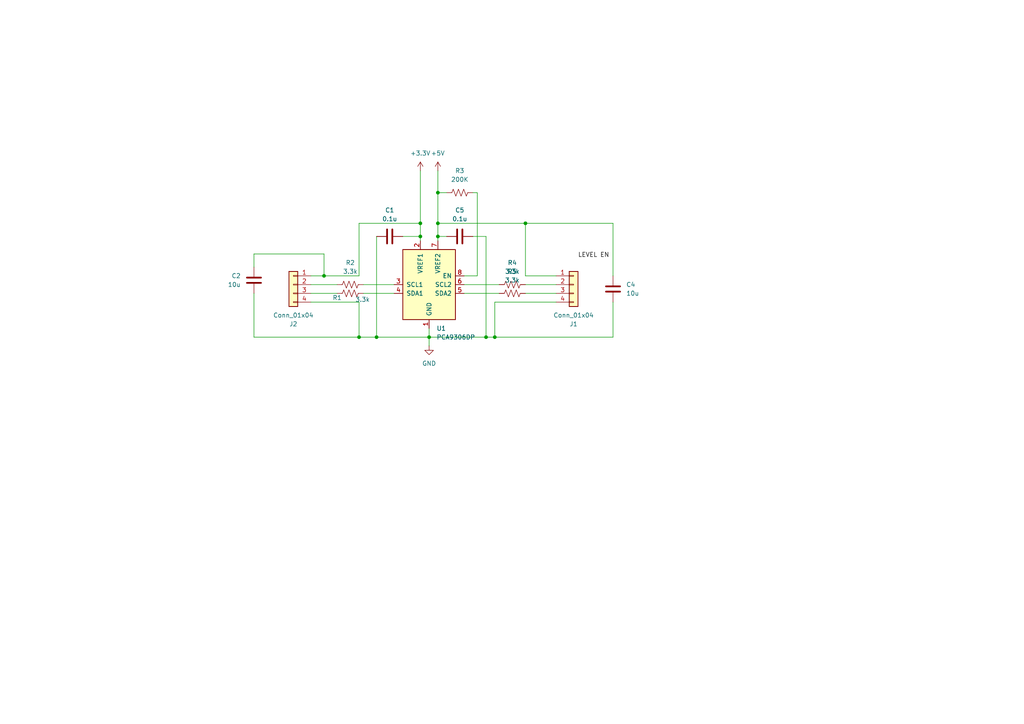
<source format=kicad_sch>
(kicad_sch
	(version 20250114)
	(generator "eeschema")
	(generator_version "9.0")
	(uuid "39462bcb-e9f1-41af-aba5-f79afb33b76b")
	(paper "A4")
	(lib_symbols
		(symbol "Connector_Generic:Conn_01x04"
			(pin_names
				(offset 1.016)
				(hide yes)
			)
			(exclude_from_sim no)
			(in_bom yes)
			(on_board yes)
			(property "Reference" "J"
				(at 0 5.08 0)
				(effects
					(font
						(size 1.27 1.27)
					)
				)
			)
			(property "Value" "Conn_01x04"
				(at 0 -7.62 0)
				(effects
					(font
						(size 1.27 1.27)
					)
				)
			)
			(property "Footprint" ""
				(at 0 0 0)
				(effects
					(font
						(size 1.27 1.27)
					)
					(hide yes)
				)
			)
			(property "Datasheet" "~"
				(at 0 0 0)
				(effects
					(font
						(size 1.27 1.27)
					)
					(hide yes)
				)
			)
			(property "Description" "Generic connector, single row, 01x04, script generated (kicad-library-utils/schlib/autogen/connector/)"
				(at 0 0 0)
				(effects
					(font
						(size 1.27 1.27)
					)
					(hide yes)
				)
			)
			(property "ki_keywords" "connector"
				(at 0 0 0)
				(effects
					(font
						(size 1.27 1.27)
					)
					(hide yes)
				)
			)
			(property "ki_fp_filters" "Connector*:*_1x??_*"
				(at 0 0 0)
				(effects
					(font
						(size 1.27 1.27)
					)
					(hide yes)
				)
			)
			(symbol "Conn_01x04_1_1"
				(rectangle
					(start -1.27 3.81)
					(end 1.27 -6.35)
					(stroke
						(width 0.254)
						(type default)
					)
					(fill
						(type background)
					)
				)
				(rectangle
					(start -1.27 2.667)
					(end 0 2.413)
					(stroke
						(width 0.1524)
						(type default)
					)
					(fill
						(type none)
					)
				)
				(rectangle
					(start -1.27 0.127)
					(end 0 -0.127)
					(stroke
						(width 0.1524)
						(type default)
					)
					(fill
						(type none)
					)
				)
				(rectangle
					(start -1.27 -2.413)
					(end 0 -2.667)
					(stroke
						(width 0.1524)
						(type default)
					)
					(fill
						(type none)
					)
				)
				(rectangle
					(start -1.27 -4.953)
					(end 0 -5.207)
					(stroke
						(width 0.1524)
						(type default)
					)
					(fill
						(type none)
					)
				)
				(pin passive line
					(at -5.08 2.54 0)
					(length 3.81)
					(name "Pin_1"
						(effects
							(font
								(size 1.27 1.27)
							)
						)
					)
					(number "1"
						(effects
							(font
								(size 1.27 1.27)
							)
						)
					)
				)
				(pin passive line
					(at -5.08 0 0)
					(length 3.81)
					(name "Pin_2"
						(effects
							(font
								(size 1.27 1.27)
							)
						)
					)
					(number "2"
						(effects
							(font
								(size 1.27 1.27)
							)
						)
					)
				)
				(pin passive line
					(at -5.08 -2.54 0)
					(length 3.81)
					(name "Pin_3"
						(effects
							(font
								(size 1.27 1.27)
							)
						)
					)
					(number "3"
						(effects
							(font
								(size 1.27 1.27)
							)
						)
					)
				)
				(pin passive line
					(at -5.08 -5.08 0)
					(length 3.81)
					(name "Pin_4"
						(effects
							(font
								(size 1.27 1.27)
							)
						)
					)
					(number "4"
						(effects
							(font
								(size 1.27 1.27)
							)
						)
					)
				)
			)
			(embedded_fonts no)
		)
		(symbol "Device:C"
			(pin_numbers
				(hide yes)
			)
			(pin_names
				(offset 0.254)
			)
			(exclude_from_sim no)
			(in_bom yes)
			(on_board yes)
			(property "Reference" "C"
				(at 0.635 2.54 0)
				(effects
					(font
						(size 1.27 1.27)
					)
					(justify left)
				)
			)
			(property "Value" "C"
				(at 0.635 -2.54 0)
				(effects
					(font
						(size 1.27 1.27)
					)
					(justify left)
				)
			)
			(property "Footprint" ""
				(at 0.9652 -3.81 0)
				(effects
					(font
						(size 1.27 1.27)
					)
					(hide yes)
				)
			)
			(property "Datasheet" "~"
				(at 0 0 0)
				(effects
					(font
						(size 1.27 1.27)
					)
					(hide yes)
				)
			)
			(property "Description" "Unpolarized capacitor"
				(at 0 0 0)
				(effects
					(font
						(size 1.27 1.27)
					)
					(hide yes)
				)
			)
			(property "ki_keywords" "cap capacitor"
				(at 0 0 0)
				(effects
					(font
						(size 1.27 1.27)
					)
					(hide yes)
				)
			)
			(property "ki_fp_filters" "C_*"
				(at 0 0 0)
				(effects
					(font
						(size 1.27 1.27)
					)
					(hide yes)
				)
			)
			(symbol "C_0_1"
				(polyline
					(pts
						(xy -2.032 0.762) (xy 2.032 0.762)
					)
					(stroke
						(width 0.508)
						(type default)
					)
					(fill
						(type none)
					)
				)
				(polyline
					(pts
						(xy -2.032 -0.762) (xy 2.032 -0.762)
					)
					(stroke
						(width 0.508)
						(type default)
					)
					(fill
						(type none)
					)
				)
			)
			(symbol "C_1_1"
				(pin passive line
					(at 0 3.81 270)
					(length 2.794)
					(name "~"
						(effects
							(font
								(size 1.27 1.27)
							)
						)
					)
					(number "1"
						(effects
							(font
								(size 1.27 1.27)
							)
						)
					)
				)
				(pin passive line
					(at 0 -3.81 90)
					(length 2.794)
					(name "~"
						(effects
							(font
								(size 1.27 1.27)
							)
						)
					)
					(number "2"
						(effects
							(font
								(size 1.27 1.27)
							)
						)
					)
				)
			)
			(embedded_fonts no)
		)
		(symbol "Device:R_US"
			(pin_numbers
				(hide yes)
			)
			(pin_names
				(offset 0)
			)
			(exclude_from_sim no)
			(in_bom yes)
			(on_board yes)
			(property "Reference" "R"
				(at 2.54 0 90)
				(effects
					(font
						(size 1.27 1.27)
					)
				)
			)
			(property "Value" "R_US"
				(at -2.54 0 90)
				(effects
					(font
						(size 1.27 1.27)
					)
				)
			)
			(property "Footprint" ""
				(at 1.016 -0.254 90)
				(effects
					(font
						(size 1.27 1.27)
					)
					(hide yes)
				)
			)
			(property "Datasheet" "~"
				(at 0 0 0)
				(effects
					(font
						(size 1.27 1.27)
					)
					(hide yes)
				)
			)
			(property "Description" "Resistor, US symbol"
				(at 0 0 0)
				(effects
					(font
						(size 1.27 1.27)
					)
					(hide yes)
				)
			)
			(property "ki_keywords" "R res resistor"
				(at 0 0 0)
				(effects
					(font
						(size 1.27 1.27)
					)
					(hide yes)
				)
			)
			(property "ki_fp_filters" "R_*"
				(at 0 0 0)
				(effects
					(font
						(size 1.27 1.27)
					)
					(hide yes)
				)
			)
			(symbol "R_US_0_1"
				(polyline
					(pts
						(xy 0 2.286) (xy 0 2.54)
					)
					(stroke
						(width 0)
						(type default)
					)
					(fill
						(type none)
					)
				)
				(polyline
					(pts
						(xy 0 2.286) (xy 1.016 1.905) (xy 0 1.524) (xy -1.016 1.143) (xy 0 0.762)
					)
					(stroke
						(width 0)
						(type default)
					)
					(fill
						(type none)
					)
				)
				(polyline
					(pts
						(xy 0 0.762) (xy 1.016 0.381) (xy 0 0) (xy -1.016 -0.381) (xy 0 -0.762)
					)
					(stroke
						(width 0)
						(type default)
					)
					(fill
						(type none)
					)
				)
				(polyline
					(pts
						(xy 0 -0.762) (xy 1.016 -1.143) (xy 0 -1.524) (xy -1.016 -1.905) (xy 0 -2.286)
					)
					(stroke
						(width 0)
						(type default)
					)
					(fill
						(type none)
					)
				)
				(polyline
					(pts
						(xy 0 -2.286) (xy 0 -2.54)
					)
					(stroke
						(width 0)
						(type default)
					)
					(fill
						(type none)
					)
				)
			)
			(symbol "R_US_1_1"
				(pin passive line
					(at 0 3.81 270)
					(length 1.27)
					(name "~"
						(effects
							(font
								(size 1.27 1.27)
							)
						)
					)
					(number "1"
						(effects
							(font
								(size 1.27 1.27)
							)
						)
					)
				)
				(pin passive line
					(at 0 -3.81 90)
					(length 1.27)
					(name "~"
						(effects
							(font
								(size 1.27 1.27)
							)
						)
					)
					(number "2"
						(effects
							(font
								(size 1.27 1.27)
							)
						)
					)
				)
			)
			(embedded_fonts no)
		)
		(symbol "Interface:PCA9306DP"
			(pin_names
				(offset 1.016)
			)
			(exclude_from_sim no)
			(in_bom yes)
			(on_board yes)
			(property "Reference" "U"
				(at -7.62 11.43 0)
				(effects
					(font
						(size 1.27 1.27)
					)
					(justify left)
				)
			)
			(property "Value" "PCA9306DP"
				(at 3.81 11.43 0)
				(effects
					(font
						(size 1.27 1.27)
					)
					(justify left)
				)
			)
			(property "Footprint" "Package_SO:TSSOP-8_3x3mm_P0.65mm"
				(at 0 -11.43 0)
				(effects
					(font
						(size 1.27 1.27)
					)
					(hide yes)
				)
			)
			(property "Datasheet" "https://www.nxp.com/docs/en/data-sheet/PCA9306.pdf"
				(at -7.62 11.43 0)
				(effects
					(font
						(size 1.27 1.27)
					)
					(hide yes)
				)
			)
			(property "Description" "Dual bidirectional I2C Bus and SMBus voltage level translator, TSSOP-8"
				(at 0 0 0)
				(effects
					(font
						(size 1.27 1.27)
					)
					(hide yes)
				)
			)
			(property "ki_keywords" "I2C SMBus"
				(at 0 0 0)
				(effects
					(font
						(size 1.27 1.27)
					)
					(hide yes)
				)
			)
			(property "ki_fp_filters" "TSSOP*3x3mm*P0.65mm*"
				(at 0 0 0)
				(effects
					(font
						(size 1.27 1.27)
					)
					(hide yes)
				)
			)
			(symbol "PCA9306DP_0_1"
				(rectangle
					(start -7.62 10.16)
					(end 7.62 -10.16)
					(stroke
						(width 0.254)
						(type default)
					)
					(fill
						(type background)
					)
				)
			)
			(symbol "PCA9306DP_1_1"
				(pin bidirectional line
					(at -10.16 0 0)
					(length 2.54)
					(name "SCL1"
						(effects
							(font
								(size 1.27 1.27)
							)
						)
					)
					(number "3"
						(effects
							(font
								(size 1.27 1.27)
							)
						)
					)
				)
				(pin bidirectional line
					(at -10.16 -2.54 0)
					(length 2.54)
					(name "SDA1"
						(effects
							(font
								(size 1.27 1.27)
							)
						)
					)
					(number "4"
						(effects
							(font
								(size 1.27 1.27)
							)
						)
					)
				)
				(pin power_in line
					(at -2.54 12.7 270)
					(length 2.54)
					(name "VREF1"
						(effects
							(font
								(size 1.27 1.27)
							)
						)
					)
					(number "2"
						(effects
							(font
								(size 1.27 1.27)
							)
						)
					)
				)
				(pin power_in line
					(at 0 -12.7 90)
					(length 2.54)
					(name "GND"
						(effects
							(font
								(size 1.27 1.27)
							)
						)
					)
					(number "1"
						(effects
							(font
								(size 1.27 1.27)
							)
						)
					)
				)
				(pin power_in line
					(at 2.54 12.7 270)
					(length 2.54)
					(name "VREF2"
						(effects
							(font
								(size 1.27 1.27)
							)
						)
					)
					(number "7"
						(effects
							(font
								(size 1.27 1.27)
							)
						)
					)
				)
				(pin input line
					(at 10.16 2.54 180)
					(length 2.54)
					(name "EN"
						(effects
							(font
								(size 1.27 1.27)
							)
						)
					)
					(number "8"
						(effects
							(font
								(size 1.27 1.27)
							)
						)
					)
				)
				(pin bidirectional line
					(at 10.16 0 180)
					(length 2.54)
					(name "SCL2"
						(effects
							(font
								(size 1.27 1.27)
							)
						)
					)
					(number "6"
						(effects
							(font
								(size 1.27 1.27)
							)
						)
					)
				)
				(pin bidirectional line
					(at 10.16 -2.54 180)
					(length 2.54)
					(name "SDA2"
						(effects
							(font
								(size 1.27 1.27)
							)
						)
					)
					(number "5"
						(effects
							(font
								(size 1.27 1.27)
							)
						)
					)
				)
			)
			(embedded_fonts no)
		)
		(symbol "power:+3.3V"
			(power)
			(pin_numbers
				(hide yes)
			)
			(pin_names
				(offset 0)
				(hide yes)
			)
			(exclude_from_sim no)
			(in_bom yes)
			(on_board yes)
			(property "Reference" "#PWR"
				(at 0 -3.81 0)
				(effects
					(font
						(size 1.27 1.27)
					)
					(hide yes)
				)
			)
			(property "Value" "+3.3V"
				(at 0 3.556 0)
				(effects
					(font
						(size 1.27 1.27)
					)
				)
			)
			(property "Footprint" ""
				(at 0 0 0)
				(effects
					(font
						(size 1.27 1.27)
					)
					(hide yes)
				)
			)
			(property "Datasheet" ""
				(at 0 0 0)
				(effects
					(font
						(size 1.27 1.27)
					)
					(hide yes)
				)
			)
			(property "Description" "Power symbol creates a global label with name \"+3.3V\""
				(at 0 0 0)
				(effects
					(font
						(size 1.27 1.27)
					)
					(hide yes)
				)
			)
			(property "ki_keywords" "global power"
				(at 0 0 0)
				(effects
					(font
						(size 1.27 1.27)
					)
					(hide yes)
				)
			)
			(symbol "+3.3V_0_1"
				(polyline
					(pts
						(xy -0.762 1.27) (xy 0 2.54)
					)
					(stroke
						(width 0)
						(type default)
					)
					(fill
						(type none)
					)
				)
				(polyline
					(pts
						(xy 0 2.54) (xy 0.762 1.27)
					)
					(stroke
						(width 0)
						(type default)
					)
					(fill
						(type none)
					)
				)
				(polyline
					(pts
						(xy 0 0) (xy 0 2.54)
					)
					(stroke
						(width 0)
						(type default)
					)
					(fill
						(type none)
					)
				)
			)
			(symbol "+3.3V_1_1"
				(pin power_in line
					(at 0 0 90)
					(length 0)
					(name "~"
						(effects
							(font
								(size 1.27 1.27)
							)
						)
					)
					(number "1"
						(effects
							(font
								(size 1.27 1.27)
							)
						)
					)
				)
			)
			(embedded_fonts no)
		)
		(symbol "power:+5V"
			(power)
			(pin_numbers
				(hide yes)
			)
			(pin_names
				(offset 0)
				(hide yes)
			)
			(exclude_from_sim no)
			(in_bom yes)
			(on_board yes)
			(property "Reference" "#PWR"
				(at 0 -3.81 0)
				(effects
					(font
						(size 1.27 1.27)
					)
					(hide yes)
				)
			)
			(property "Value" "+5V"
				(at 0 3.556 0)
				(effects
					(font
						(size 1.27 1.27)
					)
				)
			)
			(property "Footprint" ""
				(at 0 0 0)
				(effects
					(font
						(size 1.27 1.27)
					)
					(hide yes)
				)
			)
			(property "Datasheet" ""
				(at 0 0 0)
				(effects
					(font
						(size 1.27 1.27)
					)
					(hide yes)
				)
			)
			(property "Description" "Power symbol creates a global label with name \"+5V\""
				(at 0 0 0)
				(effects
					(font
						(size 1.27 1.27)
					)
					(hide yes)
				)
			)
			(property "ki_keywords" "global power"
				(at 0 0 0)
				(effects
					(font
						(size 1.27 1.27)
					)
					(hide yes)
				)
			)
			(symbol "+5V_0_1"
				(polyline
					(pts
						(xy -0.762 1.27) (xy 0 2.54)
					)
					(stroke
						(width 0)
						(type default)
					)
					(fill
						(type none)
					)
				)
				(polyline
					(pts
						(xy 0 2.54) (xy 0.762 1.27)
					)
					(stroke
						(width 0)
						(type default)
					)
					(fill
						(type none)
					)
				)
				(polyline
					(pts
						(xy 0 0) (xy 0 2.54)
					)
					(stroke
						(width 0)
						(type default)
					)
					(fill
						(type none)
					)
				)
			)
			(symbol "+5V_1_1"
				(pin power_in line
					(at 0 0 90)
					(length 0)
					(name "~"
						(effects
							(font
								(size 1.27 1.27)
							)
						)
					)
					(number "1"
						(effects
							(font
								(size 1.27 1.27)
							)
						)
					)
				)
			)
			(embedded_fonts no)
		)
		(symbol "power:GND"
			(power)
			(pin_numbers
				(hide yes)
			)
			(pin_names
				(offset 0)
				(hide yes)
			)
			(exclude_from_sim no)
			(in_bom yes)
			(on_board yes)
			(property "Reference" "#PWR"
				(at 0 -6.35 0)
				(effects
					(font
						(size 1.27 1.27)
					)
					(hide yes)
				)
			)
			(property "Value" "GND"
				(at 0 -3.81 0)
				(effects
					(font
						(size 1.27 1.27)
					)
				)
			)
			(property "Footprint" ""
				(at 0 0 0)
				(effects
					(font
						(size 1.27 1.27)
					)
					(hide yes)
				)
			)
			(property "Datasheet" ""
				(at 0 0 0)
				(effects
					(font
						(size 1.27 1.27)
					)
					(hide yes)
				)
			)
			(property "Description" "Power symbol creates a global label with name \"GND\" , ground"
				(at 0 0 0)
				(effects
					(font
						(size 1.27 1.27)
					)
					(hide yes)
				)
			)
			(property "ki_keywords" "global power"
				(at 0 0 0)
				(effects
					(font
						(size 1.27 1.27)
					)
					(hide yes)
				)
			)
			(symbol "GND_0_1"
				(polyline
					(pts
						(xy 0 0) (xy 0 -1.27) (xy 1.27 -1.27) (xy 0 -2.54) (xy -1.27 -1.27) (xy 0 -1.27)
					)
					(stroke
						(width 0)
						(type default)
					)
					(fill
						(type none)
					)
				)
			)
			(symbol "GND_1_1"
				(pin power_in line
					(at 0 0 270)
					(length 0)
					(name "~"
						(effects
							(font
								(size 1.27 1.27)
							)
						)
					)
					(number "1"
						(effects
							(font
								(size 1.27 1.27)
							)
						)
					)
				)
			)
			(embedded_fonts no)
		)
	)
	(junction
		(at 127 68.58)
		(diameter 0)
		(color 0 0 0 0)
		(uuid "04f0d82e-8943-4f5d-9ea0-36989e593617")
	)
	(junction
		(at 124.46 97.79)
		(diameter 0)
		(color 0 0 0 0)
		(uuid "0c23abd9-9df2-47ba-ab55-d271d5ad50ea")
	)
	(junction
		(at 127 55.88)
		(diameter 0)
		(color 0 0 0 0)
		(uuid "26ddc393-57d4-41cb-8f19-bbb8e4eae6d6")
	)
	(junction
		(at 121.92 64.77)
		(diameter 0)
		(color 0 0 0 0)
		(uuid "2a1db20d-2fe8-4730-896d-9039ac995d5f")
	)
	(junction
		(at 109.22 97.79)
		(diameter 0)
		(color 0 0 0 0)
		(uuid "3dfe1077-d55a-4ef0-824c-bc96e18ef510")
	)
	(junction
		(at 140.97 97.79)
		(diameter 0)
		(color 0 0 0 0)
		(uuid "54e196d6-3dab-49a5-a407-7f1d411e60b5")
	)
	(junction
		(at 127 64.77)
		(diameter 0)
		(color 0 0 0 0)
		(uuid "99e14be7-1027-49dd-84ea-b422b2e4aac9")
	)
	(junction
		(at 121.92 68.58)
		(diameter 0)
		(color 0 0 0 0)
		(uuid "9f170234-e477-4b6f-a22e-5dd522c10b54")
	)
	(junction
		(at 143.51 97.79)
		(diameter 0)
		(color 0 0 0 0)
		(uuid "c3f7f2ee-2fbd-4aaa-887b-b251dced54ed")
	)
	(junction
		(at 152.4 64.77)
		(diameter 0)
		(color 0 0 0 0)
		(uuid "c4bd2336-de1c-475e-bd3e-21334bff1b2e")
	)
	(junction
		(at 93.98 80.01)
		(diameter 0)
		(color 0 0 0 0)
		(uuid "cf528c33-3cbf-4850-87c3-a04149bf9b2c")
	)
	(junction
		(at 104.14 97.79)
		(diameter 0)
		(color 0 0 0 0)
		(uuid "f1aa33ed-ffbc-4598-87b0-f554bb616090")
	)
	(wire
		(pts
			(xy 124.46 97.79) (xy 140.97 97.79)
		)
		(stroke
			(width 0)
			(type default)
		)
		(uuid "00cc5c0e-a7f6-4c81-ad32-e26ab2c76a2c")
	)
	(wire
		(pts
			(xy 73.66 97.79) (xy 104.14 97.79)
		)
		(stroke
			(width 0)
			(type default)
		)
		(uuid "0a06388a-6871-425a-aaa3-935d2a06b1b8")
	)
	(wire
		(pts
			(xy 90.17 87.63) (xy 104.14 87.63)
		)
		(stroke
			(width 0)
			(type default)
		)
		(uuid "0faa2c43-8491-44c5-8c94-a379ceb05b33")
	)
	(wire
		(pts
			(xy 134.62 85.09) (xy 144.78 85.09)
		)
		(stroke
			(width 0)
			(type default)
		)
		(uuid "0fd128be-b00e-407d-bb49-b3fef1598330")
	)
	(wire
		(pts
			(xy 143.51 87.63) (xy 161.29 87.63)
		)
		(stroke
			(width 0)
			(type default)
		)
		(uuid "18726f68-a7b0-410e-b39d-06b0b83a5554")
	)
	(wire
		(pts
			(xy 90.17 80.01) (xy 93.98 80.01)
		)
		(stroke
			(width 0)
			(type default)
		)
		(uuid "271d1f36-fabf-4cb2-8f92-ba5ba6bb0903")
	)
	(wire
		(pts
			(xy 105.41 82.55) (xy 114.3 82.55)
		)
		(stroke
			(width 0)
			(type default)
		)
		(uuid "28f833f6-942d-4c10-a0b3-4c7bdff0209e")
	)
	(wire
		(pts
			(xy 138.43 55.88) (xy 138.43 80.01)
		)
		(stroke
			(width 0)
			(type default)
		)
		(uuid "33f17776-7763-4948-8ddc-9363d8c7b3a8")
	)
	(wire
		(pts
			(xy 90.17 82.55) (xy 97.79 82.55)
		)
		(stroke
			(width 0)
			(type default)
		)
		(uuid "3bd750ba-3b65-471f-bc68-9739525d1494")
	)
	(wire
		(pts
			(xy 177.8 97.79) (xy 143.51 97.79)
		)
		(stroke
			(width 0)
			(type default)
		)
		(uuid "404b9725-de45-4c57-b6b7-a2097cd28096")
	)
	(wire
		(pts
			(xy 124.46 97.79) (xy 124.46 100.33)
		)
		(stroke
			(width 0)
			(type default)
		)
		(uuid "44b8a168-bc51-47b4-b7ec-c4cc2fb01074")
	)
	(wire
		(pts
			(xy 127 68.58) (xy 129.54 68.58)
		)
		(stroke
			(width 0)
			(type default)
		)
		(uuid "4c2b3386-ab1c-475a-a367-8cb0648f812c")
	)
	(wire
		(pts
			(xy 109.22 68.58) (xy 109.22 97.79)
		)
		(stroke
			(width 0)
			(type default)
		)
		(uuid "4eca8d05-de4b-4c5d-a926-29c11cb51a34")
	)
	(wire
		(pts
			(xy 127 49.53) (xy 127 55.88)
		)
		(stroke
			(width 0)
			(type default)
		)
		(uuid "4f66a93c-cfa1-4ecd-b897-23689dcd3e9d")
	)
	(wire
		(pts
			(xy 127 64.77) (xy 152.4 64.77)
		)
		(stroke
			(width 0)
			(type default)
		)
		(uuid "53647dd7-e65b-4d71-80d7-bf130e8c93c2")
	)
	(wire
		(pts
			(xy 104.14 97.79) (xy 109.22 97.79)
		)
		(stroke
			(width 0)
			(type default)
		)
		(uuid "55142b58-2202-4782-9551-8ba51691932f")
	)
	(wire
		(pts
			(xy 93.98 80.01) (xy 93.98 73.66)
		)
		(stroke
			(width 0)
			(type default)
		)
		(uuid "6014a69d-c7fa-4895-b85d-30340af2a96e")
	)
	(wire
		(pts
			(xy 143.51 97.79) (xy 143.51 87.63)
		)
		(stroke
			(width 0)
			(type default)
		)
		(uuid "666162ff-0b80-4b79-95fb-9a27af5e046e")
	)
	(wire
		(pts
			(xy 140.97 97.79) (xy 143.51 97.79)
		)
		(stroke
			(width 0)
			(type default)
		)
		(uuid "6b749ade-4bdc-4734-af81-a70868946075")
	)
	(wire
		(pts
			(xy 104.14 64.77) (xy 121.92 64.77)
		)
		(stroke
			(width 0)
			(type default)
		)
		(uuid "6c2a7dd4-a28c-4cec-be63-2e903f2a958a")
	)
	(wire
		(pts
			(xy 127 55.88) (xy 129.54 55.88)
		)
		(stroke
			(width 0)
			(type default)
		)
		(uuid "70c7eef1-5360-4c1e-beb4-e4d795d8da2f")
	)
	(wire
		(pts
			(xy 177.8 87.63) (xy 177.8 97.79)
		)
		(stroke
			(width 0)
			(type default)
		)
		(uuid "7aae8dad-256c-4dd6-becf-e85dd6ba8389")
	)
	(wire
		(pts
			(xy 134.62 80.01) (xy 138.43 80.01)
		)
		(stroke
			(width 0)
			(type default)
		)
		(uuid "7af7e4fe-e4b0-4d75-b6e2-54b63db85c10")
	)
	(wire
		(pts
			(xy 124.46 95.25) (xy 124.46 97.79)
		)
		(stroke
			(width 0)
			(type default)
		)
		(uuid "7bdb2185-1e2a-4012-9a41-205c81ffd129")
	)
	(wire
		(pts
			(xy 93.98 73.66) (xy 73.66 73.66)
		)
		(stroke
			(width 0)
			(type default)
		)
		(uuid "8166e127-8644-4744-a3b9-c4169ef05a02")
	)
	(wire
		(pts
			(xy 116.84 68.58) (xy 121.92 68.58)
		)
		(stroke
			(width 0)
			(type default)
		)
		(uuid "8a466023-9e70-4588-b128-6d4ef1bce353")
	)
	(wire
		(pts
			(xy 109.22 97.79) (xy 124.46 97.79)
		)
		(stroke
			(width 0)
			(type default)
		)
		(uuid "911e0aa4-75ad-45c1-af42-860c831dfb0b")
	)
	(wire
		(pts
			(xy 152.4 80.01) (xy 161.29 80.01)
		)
		(stroke
			(width 0)
			(type default)
		)
		(uuid "925b9a73-0b28-4150-8aa6-e03df97540bd")
	)
	(wire
		(pts
			(xy 105.41 85.09) (xy 114.3 85.09)
		)
		(stroke
			(width 0)
			(type default)
		)
		(uuid "958c3719-ff61-46dd-b343-d9ea433b7c43")
	)
	(wire
		(pts
			(xy 140.97 68.58) (xy 140.97 97.79)
		)
		(stroke
			(width 0)
			(type default)
		)
		(uuid "9791aff1-a974-4b4f-8a42-178c34c217cc")
	)
	(wire
		(pts
			(xy 90.17 85.09) (xy 97.79 85.09)
		)
		(stroke
			(width 0)
			(type default)
		)
		(uuid "a03b17d7-b50c-4e0a-bd11-d3e69743e798")
	)
	(wire
		(pts
			(xy 127 64.77) (xy 127 68.58)
		)
		(stroke
			(width 0)
			(type default)
		)
		(uuid "a4088388-0d5d-4c44-b3f9-d770e379eec0")
	)
	(wire
		(pts
			(xy 104.14 87.63) (xy 104.14 97.79)
		)
		(stroke
			(width 0)
			(type default)
		)
		(uuid "ab05f2fe-20a6-475e-b965-fa3721b05731")
	)
	(wire
		(pts
			(xy 127 68.58) (xy 127 69.85)
		)
		(stroke
			(width 0)
			(type default)
		)
		(uuid "af09cd37-4a34-499b-b886-100573ef3f0f")
	)
	(wire
		(pts
			(xy 73.66 73.66) (xy 73.66 77.47)
		)
		(stroke
			(width 0)
			(type default)
		)
		(uuid "b21de395-4a8a-44d2-8456-82904f57ed0d")
	)
	(wire
		(pts
			(xy 134.62 82.55) (xy 144.78 82.55)
		)
		(stroke
			(width 0)
			(type default)
		)
		(uuid "b6366dc5-3265-46c7-b9ab-f9277538eb9e")
	)
	(wire
		(pts
			(xy 121.92 49.53) (xy 121.92 64.77)
		)
		(stroke
			(width 0)
			(type default)
		)
		(uuid "b802a734-d0ff-4340-a247-2bf5a334a7f2")
	)
	(wire
		(pts
			(xy 152.4 64.77) (xy 177.8 64.77)
		)
		(stroke
			(width 0)
			(type default)
		)
		(uuid "c363bfdd-8f2e-47eb-a555-ee3f662a721e")
	)
	(wire
		(pts
			(xy 177.8 64.77) (xy 177.8 80.01)
		)
		(stroke
			(width 0)
			(type default)
		)
		(uuid "c66d773c-3f40-42bd-acd6-e2302d976169")
	)
	(wire
		(pts
			(xy 137.16 68.58) (xy 140.97 68.58)
		)
		(stroke
			(width 0)
			(type default)
		)
		(uuid "cbd81b87-ba93-4121-ade7-b450d6368bb6")
	)
	(wire
		(pts
			(xy 73.66 85.09) (xy 73.66 97.79)
		)
		(stroke
			(width 0)
			(type default)
		)
		(uuid "ccc2ec98-ea47-403e-9089-838ef3af8844")
	)
	(wire
		(pts
			(xy 121.92 64.77) (xy 121.92 68.58)
		)
		(stroke
			(width 0)
			(type default)
		)
		(uuid "ccdcaf5f-6113-4bf1-a346-906d398da083")
	)
	(wire
		(pts
			(xy 121.92 68.58) (xy 121.92 69.85)
		)
		(stroke
			(width 0)
			(type default)
		)
		(uuid "d06bab3b-ae1f-42f9-8f31-3572a35b8006")
	)
	(wire
		(pts
			(xy 152.4 85.09) (xy 161.29 85.09)
		)
		(stroke
			(width 0)
			(type default)
		)
		(uuid "d0bf819b-3ba8-4935-9ea6-d250c364f3a9")
	)
	(wire
		(pts
			(xy 152.4 80.01) (xy 152.4 64.77)
		)
		(stroke
			(width 0)
			(type default)
		)
		(uuid "d1377562-ddcd-4b5f-81c4-6cb4aca77fe8")
	)
	(wire
		(pts
			(xy 104.14 80.01) (xy 104.14 64.77)
		)
		(stroke
			(width 0)
			(type default)
		)
		(uuid "e491b4ee-0a96-473f-960b-7cf405c85241")
	)
	(wire
		(pts
			(xy 138.43 55.88) (xy 137.16 55.88)
		)
		(stroke
			(width 0)
			(type default)
		)
		(uuid "e9ffa0ce-a1fa-45c8-88af-a811be1cd320")
	)
	(wire
		(pts
			(xy 93.98 80.01) (xy 104.14 80.01)
		)
		(stroke
			(width 0)
			(type default)
		)
		(uuid "efedaa31-fd69-4b50-a043-b8f51d083d78")
	)
	(wire
		(pts
			(xy 152.4 82.55) (xy 161.29 82.55)
		)
		(stroke
			(width 0)
			(type default)
		)
		(uuid "f16c8610-bc1c-449e-8d50-550f1aade3d4")
	)
	(wire
		(pts
			(xy 127 55.88) (xy 127 64.77)
		)
		(stroke
			(width 0)
			(type default)
		)
		(uuid "fd6f2ba9-5941-476d-bd40-db781a7c931e")
	)
	(label "LEVEL EN"
		(at 167.64 74.93 0)
		(effects
			(font
				(size 1.27 1.27)
			)
			(justify left bottom)
		)
		(uuid "0bdcb273-e552-447b-a7ca-a441e365c9e7")
	)
	(symbol
		(lib_id "Device:R_US")
		(at 133.35 55.88 90)
		(unit 1)
		(exclude_from_sim no)
		(in_bom yes)
		(on_board yes)
		(dnp no)
		(fields_autoplaced yes)
		(uuid "2b3d7bb9-dee2-4f6f-b83e-2194bf1d00ea")
		(property "Reference" "R3"
			(at 133.35 49.53 90)
			(effects
				(font
					(size 1.27 1.27)
				)
			)
		)
		(property "Value" "200K"
			(at 133.35 52.07 90)
			(effects
				(font
					(size 1.27 1.27)
				)
			)
		)
		(property "Footprint" "Resistor_SMD:R_0603_1608Metric"
			(at 133.604 54.864 90)
			(effects
				(font
					(size 1.27 1.27)
				)
				(hide yes)
			)
		)
		(property "Datasheet" "~"
			(at 133.35 55.88 0)
			(effects
				(font
					(size 1.27 1.27)
				)
				(hide yes)
			)
		)
		(property "Description" "Resistor, US symbol"
			(at 133.35 55.88 0)
			(effects
				(font
					(size 1.27 1.27)
				)
				(hide yes)
			)
		)
		(pin "2"
			(uuid "005dd574-4260-4163-bb2f-b4e54866e382")
		)
		(pin "1"
			(uuid "d8cbf566-7072-4da5-82e1-f4a46fef4c42")
		)
		(instances
			(project "level_shifter"
				(path "/39462bcb-e9f1-41af-aba5-f79afb33b76b"
					(reference "R3")
					(unit 1)
				)
			)
		)
	)
	(symbol
		(lib_id "power:+5V")
		(at 127 49.53 0)
		(unit 1)
		(exclude_from_sim no)
		(in_bom yes)
		(on_board yes)
		(dnp no)
		(fields_autoplaced yes)
		(uuid "46dddd00-184a-4f50-9519-d811bf884bc1")
		(property "Reference" "#PWR02"
			(at 127 53.34 0)
			(effects
				(font
					(size 1.27 1.27)
				)
				(hide yes)
			)
		)
		(property "Value" "+5V"
			(at 127 44.45 0)
			(effects
				(font
					(size 1.27 1.27)
				)
			)
		)
		(property "Footprint" ""
			(at 127 49.53 0)
			(effects
				(font
					(size 1.27 1.27)
				)
				(hide yes)
			)
		)
		(property "Datasheet" ""
			(at 127 49.53 0)
			(effects
				(font
					(size 1.27 1.27)
				)
				(hide yes)
			)
		)
		(property "Description" "Power symbol creates a global label with name \"+5V\""
			(at 127 49.53 0)
			(effects
				(font
					(size 1.27 1.27)
				)
				(hide yes)
			)
		)
		(pin "1"
			(uuid "563dc880-358b-407c-a661-6b5c32e1116e")
		)
		(instances
			(project ""
				(path "/39462bcb-e9f1-41af-aba5-f79afb33b76b"
					(reference "#PWR02")
					(unit 1)
				)
			)
		)
	)
	(symbol
		(lib_id "Device:C")
		(at 73.66 81.28 0)
		(mirror x)
		(unit 1)
		(exclude_from_sim no)
		(in_bom yes)
		(on_board yes)
		(dnp no)
		(fields_autoplaced yes)
		(uuid "5b44b70c-f727-4fe4-bc8d-ddab04b07da7")
		(property "Reference" "C2"
			(at 69.85 80.0099 0)
			(effects
				(font
					(size 1.27 1.27)
				)
				(justify right)
			)
		)
		(property "Value" "10u"
			(at 69.85 82.5499 0)
			(effects
				(font
					(size 1.27 1.27)
				)
				(justify right)
			)
		)
		(property "Footprint" "Capacitor_SMD:C_0603_1608Metric"
			(at 74.6252 77.47 0)
			(effects
				(font
					(size 1.27 1.27)
				)
				(hide yes)
			)
		)
		(property "Datasheet" "~"
			(at 73.66 81.28 0)
			(effects
				(font
					(size 1.27 1.27)
				)
				(hide yes)
			)
		)
		(property "Description" "Unpolarized capacitor"
			(at 73.66 81.28 0)
			(effects
				(font
					(size 1.27 1.27)
				)
				(hide yes)
			)
		)
		(pin "1"
			(uuid "de5f836a-eeaf-4d5c-b0a4-be64896f54f3")
		)
		(pin "2"
			(uuid "9c552a88-f1de-425a-b44d-793c50836366")
		)
		(instances
			(project "level_shifter"
				(path "/39462bcb-e9f1-41af-aba5-f79afb33b76b"
					(reference "C2")
					(unit 1)
				)
			)
		)
	)
	(symbol
		(lib_id "Device:C")
		(at 133.35 68.58 90)
		(unit 1)
		(exclude_from_sim no)
		(in_bom yes)
		(on_board yes)
		(dnp no)
		(fields_autoplaced yes)
		(uuid "69fb5a86-2e1f-4e18-947e-8686f8f33e9c")
		(property "Reference" "C5"
			(at 133.35 60.96 90)
			(effects
				(font
					(size 1.27 1.27)
				)
			)
		)
		(property "Value" "0.1u"
			(at 133.35 63.5 90)
			(effects
				(font
					(size 1.27 1.27)
				)
			)
		)
		(property "Footprint" "Capacitor_SMD:C_0603_1608Metric"
			(at 137.16 67.6148 0)
			(effects
				(font
					(size 1.27 1.27)
				)
				(hide yes)
			)
		)
		(property "Datasheet" "~"
			(at 133.35 68.58 0)
			(effects
				(font
					(size 1.27 1.27)
				)
				(hide yes)
			)
		)
		(property "Description" "Unpolarized capacitor"
			(at 133.35 68.58 0)
			(effects
				(font
					(size 1.27 1.27)
				)
				(hide yes)
			)
		)
		(pin "1"
			(uuid "c442bf7c-3913-4df1-a7dc-f77254153fc0")
		)
		(pin "2"
			(uuid "e4cc89ee-9f56-4071-8d4e-852dde399e65")
		)
		(instances
			(project "level_shifter"
				(path "/39462bcb-e9f1-41af-aba5-f79afb33b76b"
					(reference "C5")
					(unit 1)
				)
			)
		)
	)
	(symbol
		(lib_id "Device:R_US")
		(at 148.59 85.09 270)
		(unit 1)
		(exclude_from_sim no)
		(in_bom yes)
		(on_board yes)
		(dnp no)
		(fields_autoplaced yes)
		(uuid "7b1e4a61-d56d-4e62-8bac-81a51c73155a")
		(property "Reference" "R5"
			(at 148.59 78.74 90)
			(effects
				(font
					(size 1.27 1.27)
				)
			)
		)
		(property "Value" "3.3k"
			(at 148.59 81.28 90)
			(effects
				(font
					(size 1.27 1.27)
				)
			)
		)
		(property "Footprint" "Resistor_SMD:R_0603_1608Metric"
			(at 148.336 86.106 90)
			(effects
				(font
					(size 1.27 1.27)
				)
				(hide yes)
			)
		)
		(property "Datasheet" "~"
			(at 148.59 85.09 0)
			(effects
				(font
					(size 1.27 1.27)
				)
				(hide yes)
			)
		)
		(property "Description" "Resistor, US symbol"
			(at 148.59 85.09 0)
			(effects
				(font
					(size 1.27 1.27)
				)
				(hide yes)
			)
		)
		(pin "2"
			(uuid "a6da91b9-f300-40c6-ae4a-a1e6bd37aba4")
		)
		(pin "1"
			(uuid "cb52c893-b015-42ca-a7c9-199903c721ed")
		)
		(instances
			(project "level_shifter"
				(path "/39462bcb-e9f1-41af-aba5-f79afb33b76b"
					(reference "R5")
					(unit 1)
				)
			)
		)
	)
	(symbol
		(lib_id "power:GND")
		(at 124.46 100.33 0)
		(unit 1)
		(exclude_from_sim no)
		(in_bom yes)
		(on_board yes)
		(dnp no)
		(fields_autoplaced yes)
		(uuid "90afba97-a532-41c8-b63c-fdf14ee4f3a5")
		(property "Reference" "#PWR01"
			(at 124.46 106.68 0)
			(effects
				(font
					(size 1.27 1.27)
				)
				(hide yes)
			)
		)
		(property "Value" "GND"
			(at 124.46 105.41 0)
			(effects
				(font
					(size 1.27 1.27)
				)
			)
		)
		(property "Footprint" ""
			(at 124.46 100.33 0)
			(effects
				(font
					(size 1.27 1.27)
				)
				(hide yes)
			)
		)
		(property "Datasheet" ""
			(at 124.46 100.33 0)
			(effects
				(font
					(size 1.27 1.27)
				)
				(hide yes)
			)
		)
		(property "Description" "Power symbol creates a global label with name \"GND\" , ground"
			(at 124.46 100.33 0)
			(effects
				(font
					(size 1.27 1.27)
				)
				(hide yes)
			)
		)
		(pin "1"
			(uuid "d2b7bcea-ab4b-4dff-a15d-db18e9a33be5")
		)
		(instances
			(project ""
				(path "/39462bcb-e9f1-41af-aba5-f79afb33b76b"
					(reference "#PWR01")
					(unit 1)
				)
			)
		)
	)
	(symbol
		(lib_id "Device:C")
		(at 113.03 68.58 90)
		(unit 1)
		(exclude_from_sim no)
		(in_bom yes)
		(on_board yes)
		(dnp no)
		(fields_autoplaced yes)
		(uuid "91af6cca-367a-42b4-8e5a-7ee8fb8ec925")
		(property "Reference" "C1"
			(at 113.03 60.96 90)
			(effects
				(font
					(size 1.27 1.27)
				)
			)
		)
		(property "Value" "0.1u"
			(at 113.03 63.5 90)
			(effects
				(font
					(size 1.27 1.27)
				)
			)
		)
		(property "Footprint" "Capacitor_SMD:C_0603_1608Metric"
			(at 116.84 67.6148 0)
			(effects
				(font
					(size 1.27 1.27)
				)
				(hide yes)
			)
		)
		(property "Datasheet" "~"
			(at 113.03 68.58 0)
			(effects
				(font
					(size 1.27 1.27)
				)
				(hide yes)
			)
		)
		(property "Description" "Unpolarized capacitor"
			(at 113.03 68.58 0)
			(effects
				(font
					(size 1.27 1.27)
				)
				(hide yes)
			)
		)
		(pin "1"
			(uuid "2545a828-3298-4bff-b4f7-83bc237cd5ce")
		)
		(pin "2"
			(uuid "f1a8233e-5c2d-4bb1-849a-f2392aa5df58")
		)
		(instances
			(project ""
				(path "/39462bcb-e9f1-41af-aba5-f79afb33b76b"
					(reference "C1")
					(unit 1)
				)
			)
		)
	)
	(symbol
		(lib_id "Interface:PCA9306DP")
		(at 124.46 82.55 0)
		(unit 1)
		(exclude_from_sim no)
		(in_bom yes)
		(on_board yes)
		(dnp no)
		(fields_autoplaced yes)
		(uuid "9748c09b-a8b2-4448-ad07-2668cb5533b6")
		(property "Reference" "U1"
			(at 126.6033 95.25 0)
			(effects
				(font
					(size 1.27 1.27)
				)
				(justify left)
			)
		)
		(property "Value" "PCA9306DP"
			(at 126.6033 97.79 0)
			(effects
				(font
					(size 1.27 1.27)
				)
				(justify left)
			)
		)
		(property "Footprint" "Package_SO:TSSOP-8_3x3mm_P0.65mm"
			(at 124.46 93.98 0)
			(effects
				(font
					(size 1.27 1.27)
				)
				(hide yes)
			)
		)
		(property "Datasheet" "https://www.nxp.com/docs/en/data-sheet/PCA9306.pdf"
			(at 116.84 71.12 0)
			(effects
				(font
					(size 1.27 1.27)
				)
				(hide yes)
			)
		)
		(property "Description" "Dual bidirectional I2C Bus and SMBus voltage level translator, TSSOP-8"
			(at 124.46 82.55 0)
			(effects
				(font
					(size 1.27 1.27)
				)
				(hide yes)
			)
		)
		(pin "4"
			(uuid "fdbe9fd7-d71c-48f1-8133-f7a43aecb91b")
		)
		(pin "8"
			(uuid "624eda96-e302-4287-af65-427f1053d2b8")
		)
		(pin "5"
			(uuid "4a586026-b3a5-4751-8e96-d643d2ae245b")
		)
		(pin "3"
			(uuid "02ae74a5-8add-45ed-8591-6c91954b9001")
		)
		(pin "2"
			(uuid "1c3ef4e5-331c-4809-9e4f-319d4be2f4e8")
		)
		(pin "1"
			(uuid "c333b7e8-11c9-4afa-8ee7-b3a579b20314")
		)
		(pin "7"
			(uuid "9e81a045-a51e-44f8-8fd8-b1a51c7ba636")
		)
		(pin "6"
			(uuid "5b1b561c-b811-4777-8619-cc2d73344135")
		)
		(instances
			(project ""
				(path "/39462bcb-e9f1-41af-aba5-f79afb33b76b"
					(reference "U1")
					(unit 1)
				)
			)
		)
	)
	(symbol
		(lib_id "power:+3.3V")
		(at 121.92 49.53 0)
		(unit 1)
		(exclude_from_sim no)
		(in_bom yes)
		(on_board yes)
		(dnp no)
		(fields_autoplaced yes)
		(uuid "a8628e1e-619b-46f9-8956-431b2527bd36")
		(property "Reference" "#PWR03"
			(at 121.92 53.34 0)
			(effects
				(font
					(size 1.27 1.27)
				)
				(hide yes)
			)
		)
		(property "Value" "+3.3V"
			(at 121.92 44.45 0)
			(effects
				(font
					(size 1.27 1.27)
				)
			)
		)
		(property "Footprint" ""
			(at 121.92 49.53 0)
			(effects
				(font
					(size 1.27 1.27)
				)
				(hide yes)
			)
		)
		(property "Datasheet" ""
			(at 121.92 49.53 0)
			(effects
				(font
					(size 1.27 1.27)
				)
				(hide yes)
			)
		)
		(property "Description" "Power symbol creates a global label with name \"+3.3V\""
			(at 121.92 49.53 0)
			(effects
				(font
					(size 1.27 1.27)
				)
				(hide yes)
			)
		)
		(pin "1"
			(uuid "0d80bd87-1b4c-45dd-b665-2c852ee1649d")
		)
		(instances
			(project ""
				(path "/39462bcb-e9f1-41af-aba5-f79afb33b76b"
					(reference "#PWR03")
					(unit 1)
				)
			)
		)
	)
	(symbol
		(lib_id "Connector_Generic:Conn_01x04")
		(at 85.09 82.55 0)
		(mirror y)
		(unit 1)
		(exclude_from_sim no)
		(in_bom yes)
		(on_board yes)
		(dnp no)
		(uuid "acad27f4-a134-4adb-a022-ed464dce4a30")
		(property "Reference" "J2"
			(at 85.09 93.98 0)
			(effects
				(font
					(size 1.27 1.27)
				)
			)
		)
		(property "Value" "Conn_01x04"
			(at 85.09 91.44 0)
			(effects
				(font
					(size 1.27 1.27)
				)
			)
		)
		(property "Footprint" "Connector_PinHeader_2.54mm:PinHeader_1x04_P2.54mm_Vertical"
			(at 85.09 82.55 0)
			(effects
				(font
					(size 1.27 1.27)
				)
				(hide yes)
			)
		)
		(property "Datasheet" "~"
			(at 85.09 82.55 0)
			(effects
				(font
					(size 1.27 1.27)
				)
				(hide yes)
			)
		)
		(property "Description" "Generic connector, single row, 01x04, script generated (kicad-library-utils/schlib/autogen/connector/)"
			(at 85.09 82.55 0)
			(effects
				(font
					(size 1.27 1.27)
				)
				(hide yes)
			)
		)
		(pin "3"
			(uuid "7d1cd126-5319-401d-92af-8352a49bed04")
		)
		(pin "1"
			(uuid "44272f31-4fba-47f7-b1fe-80f6f0f79a35")
		)
		(pin "2"
			(uuid "4690526d-1395-4721-afe1-b1687409b61b")
		)
		(pin "4"
			(uuid "412f3e6f-c567-4f20-aa60-a202abf217e3")
		)
		(instances
			(project ""
				(path "/39462bcb-e9f1-41af-aba5-f79afb33b76b"
					(reference "J2")
					(unit 1)
				)
			)
		)
	)
	(symbol
		(lib_id "Device:R_US")
		(at 101.6 82.55 270)
		(unit 1)
		(exclude_from_sim no)
		(in_bom yes)
		(on_board yes)
		(dnp no)
		(fields_autoplaced yes)
		(uuid "b49738ed-5328-417d-abc5-3c017218e766")
		(property "Reference" "R2"
			(at 101.6 76.2 90)
			(effects
				(font
					(size 1.27 1.27)
				)
			)
		)
		(property "Value" "3.3k"
			(at 101.6 78.74 90)
			(effects
				(font
					(size 1.27 1.27)
				)
			)
		)
		(property "Footprint" "Resistor_SMD:R_0603_1608Metric"
			(at 101.346 83.566 90)
			(effects
				(font
					(size 1.27 1.27)
				)
				(hide yes)
			)
		)
		(property "Datasheet" "~"
			(at 101.6 82.55 0)
			(effects
				(font
					(size 1.27 1.27)
				)
				(hide yes)
			)
		)
		(property "Description" "Resistor, US symbol"
			(at 101.6 82.55 0)
			(effects
				(font
					(size 1.27 1.27)
				)
				(hide yes)
			)
		)
		(pin "2"
			(uuid "18a8cf03-c091-4054-af53-9816c7db6ced")
		)
		(pin "1"
			(uuid "92cff8fa-f34e-4bff-8509-4e3bc8ff9950")
		)
		(instances
			(project "level_shifter"
				(path "/39462bcb-e9f1-41af-aba5-f79afb33b76b"
					(reference "R2")
					(unit 1)
				)
			)
		)
	)
	(symbol
		(lib_id "Device:R_US")
		(at 148.59 82.55 270)
		(unit 1)
		(exclude_from_sim no)
		(in_bom yes)
		(on_board yes)
		(dnp no)
		(fields_autoplaced yes)
		(uuid "c893e3b6-520f-44cc-9890-92ecc25caa71")
		(property "Reference" "R4"
			(at 148.59 76.2 90)
			(effects
				(font
					(size 1.27 1.27)
				)
			)
		)
		(property "Value" "3.3k"
			(at 148.59 78.74 90)
			(effects
				(font
					(size 1.27 1.27)
				)
			)
		)
		(property "Footprint" "Resistor_SMD:R_0603_1608Metric"
			(at 148.336 83.566 90)
			(effects
				(font
					(size 1.27 1.27)
				)
				(hide yes)
			)
		)
		(property "Datasheet" "~"
			(at 148.59 82.55 0)
			(effects
				(font
					(size 1.27 1.27)
				)
				(hide yes)
			)
		)
		(property "Description" "Resistor, US symbol"
			(at 148.59 82.55 0)
			(effects
				(font
					(size 1.27 1.27)
				)
				(hide yes)
			)
		)
		(pin "2"
			(uuid "4566b459-4883-40e6-a625-b4fdf083ddd5")
		)
		(pin "1"
			(uuid "438a58b9-2218-4bfb-8fb2-515165445346")
		)
		(instances
			(project "level_shifter"
				(path "/39462bcb-e9f1-41af-aba5-f79afb33b76b"
					(reference "R4")
					(unit 1)
				)
			)
		)
	)
	(symbol
		(lib_id "Connector_Generic:Conn_01x04")
		(at 166.37 82.55 0)
		(unit 1)
		(exclude_from_sim no)
		(in_bom yes)
		(on_board yes)
		(dnp no)
		(uuid "ca54a000-5e0a-4f53-a0e1-2acab3386b51")
		(property "Reference" "J1"
			(at 166.37 93.98 0)
			(effects
				(font
					(size 1.27 1.27)
				)
			)
		)
		(property "Value" "Conn_01x04"
			(at 166.37 91.44 0)
			(effects
				(font
					(size 1.27 1.27)
				)
			)
		)
		(property "Footprint" "Connector_PinHeader_2.54mm:PinHeader_1x04_P2.54mm_Vertical"
			(at 166.37 82.55 0)
			(effects
				(font
					(size 1.27 1.27)
				)
				(hide yes)
			)
		)
		(property "Datasheet" "~"
			(at 166.37 82.55 0)
			(effects
				(font
					(size 1.27 1.27)
				)
				(hide yes)
			)
		)
		(property "Description" "Generic connector, single row, 01x04, script generated (kicad-library-utils/schlib/autogen/connector/)"
			(at 166.37 82.55 0)
			(effects
				(font
					(size 1.27 1.27)
				)
				(hide yes)
			)
		)
		(pin "3"
			(uuid "d5662452-815e-492e-8c6c-c746bc857a46")
		)
		(pin "1"
			(uuid "c508cdee-71ba-4ec1-8c9b-7fe6751c2e94")
		)
		(pin "2"
			(uuid "78f7eef0-c222-4519-a428-5f79d7b9946b")
		)
		(pin "4"
			(uuid "22e34d38-5ad3-4954-9afa-f8dddc85f730")
		)
		(instances
			(project "level_shifter"
				(path "/39462bcb-e9f1-41af-aba5-f79afb33b76b"
					(reference "J1")
					(unit 1)
				)
			)
		)
	)
	(symbol
		(lib_id "Device:C")
		(at 177.8 83.82 0)
		(mirror y)
		(unit 1)
		(exclude_from_sim no)
		(in_bom yes)
		(on_board yes)
		(dnp no)
		(fields_autoplaced yes)
		(uuid "cfaefcdf-59ab-46a1-846a-47c1b3a637ca")
		(property "Reference" "C4"
			(at 181.61 82.5499 0)
			(effects
				(font
					(size 1.27 1.27)
				)
				(justify right)
			)
		)
		(property "Value" "10u"
			(at 181.61 85.0899 0)
			(effects
				(font
					(size 1.27 1.27)
				)
				(justify right)
			)
		)
		(property "Footprint" "Capacitor_SMD:C_0603_1608Metric"
			(at 176.8348 87.63 0)
			(effects
				(font
					(size 1.27 1.27)
				)
				(hide yes)
			)
		)
		(property "Datasheet" "~"
			(at 177.8 83.82 0)
			(effects
				(font
					(size 1.27 1.27)
				)
				(hide yes)
			)
		)
		(property "Description" "Unpolarized capacitor"
			(at 177.8 83.82 0)
			(effects
				(font
					(size 1.27 1.27)
				)
				(hide yes)
			)
		)
		(pin "1"
			(uuid "4c5d0dc4-825a-4b34-bef4-304f9a82599f")
		)
		(pin "2"
			(uuid "aaf2906f-942d-44eb-bac9-62006c7b584a")
		)
		(instances
			(project "level_shifter"
				(path "/39462bcb-e9f1-41af-aba5-f79afb33b76b"
					(reference "C4")
					(unit 1)
				)
			)
		)
	)
	(symbol
		(lib_id "Device:R_US")
		(at 101.6 85.09 270)
		(unit 1)
		(exclude_from_sim no)
		(in_bom yes)
		(on_board yes)
		(dnp no)
		(uuid "e5852c94-94f4-4b7a-8569-15260b34a181")
		(property "Reference" "R1"
			(at 97.79 86.36 90)
			(effects
				(font
					(size 1.27 1.27)
				)
			)
		)
		(property "Value" "3.3k"
			(at 105.156 86.868 90)
			(effects
				(font
					(size 1.27 1.27)
				)
			)
		)
		(property "Footprint" "Resistor_SMD:R_0603_1608Metric"
			(at 101.346 86.106 90)
			(effects
				(font
					(size 1.27 1.27)
				)
				(hide yes)
			)
		)
		(property "Datasheet" "~"
			(at 101.6 85.09 0)
			(effects
				(font
					(size 1.27 1.27)
				)
				(hide yes)
			)
		)
		(property "Description" "Resistor, US symbol"
			(at 101.6 85.09 0)
			(effects
				(font
					(size 1.27 1.27)
				)
				(hide yes)
			)
		)
		(pin "2"
			(uuid "70655363-46d6-461c-967e-272301cc5ac4")
		)
		(pin "1"
			(uuid "4cc6107a-0e89-4412-9c8a-23082c13237a")
		)
		(instances
			(project "level_shifter"
				(path "/39462bcb-e9f1-41af-aba5-f79afb33b76b"
					(reference "R1")
					(unit 1)
				)
			)
		)
	)
	(sheet_instances
		(path "/"
			(page "1")
		)
	)
	(embedded_fonts no)
)

</source>
